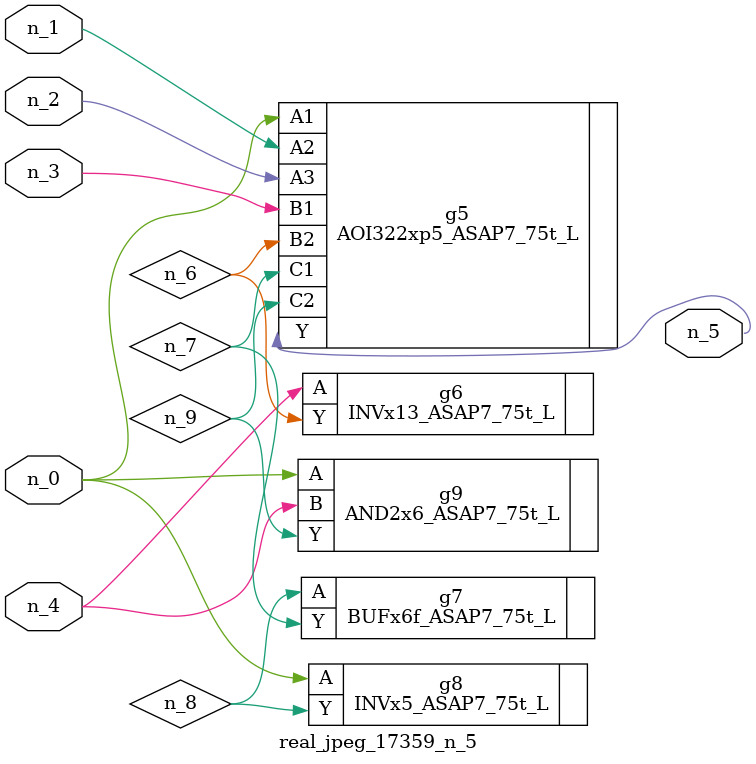
<source format=v>
module real_jpeg_17359_n_5 (n_4, n_0, n_1, n_2, n_3, n_5);

input n_4;
input n_0;
input n_1;
input n_2;
input n_3;

output n_5;

wire n_8;
wire n_6;
wire n_7;
wire n_9;

AOI322xp5_ASAP7_75t_L g5 ( 
.A1(n_0),
.A2(n_1),
.A3(n_2),
.B1(n_3),
.B2(n_6),
.C1(n_7),
.C2(n_9),
.Y(n_5)
);

INVx5_ASAP7_75t_L g8 ( 
.A(n_0),
.Y(n_8)
);

AND2x6_ASAP7_75t_L g9 ( 
.A(n_0),
.B(n_4),
.Y(n_9)
);

INVx13_ASAP7_75t_L g6 ( 
.A(n_4),
.Y(n_6)
);

BUFx6f_ASAP7_75t_L g7 ( 
.A(n_8),
.Y(n_7)
);


endmodule
</source>
